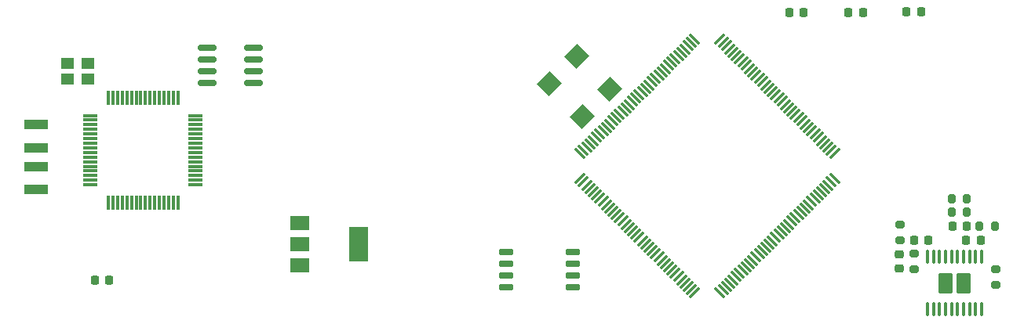
<source format=gbr>
%TF.GenerationSoftware,KiCad,Pcbnew,7.0.6-7.0.6~ubuntu20.04.1*%
%TF.CreationDate,2023-10-29T13:00:39+01:00*%
%TF.ProjectId,amurNutzlast,616d7572-4e75-4747-9a6c-6173742e6b69,rev?*%
%TF.SameCoordinates,Original*%
%TF.FileFunction,Paste,Top*%
%TF.FilePolarity,Positive*%
%FSLAX46Y46*%
G04 Gerber Fmt 4.6, Leading zero omitted, Abs format (unit mm)*
G04 Created by KiCad (PCBNEW 7.0.6-7.0.6~ubuntu20.04.1) date 2023-10-29 13:00:39*
%MOMM*%
%LPD*%
G01*
G04 APERTURE LIST*
G04 Aperture macros list*
%AMRoundRect*
0 Rectangle with rounded corners*
0 $1 Rounding radius*
0 $2 $3 $4 $5 $6 $7 $8 $9 X,Y pos of 4 corners*
0 Add a 4 corners polygon primitive as box body*
4,1,4,$2,$3,$4,$5,$6,$7,$8,$9,$2,$3,0*
0 Add four circle primitives for the rounded corners*
1,1,$1+$1,$2,$3*
1,1,$1+$1,$4,$5*
1,1,$1+$1,$6,$7*
1,1,$1+$1,$8,$9*
0 Add four rect primitives between the rounded corners*
20,1,$1+$1,$2,$3,$4,$5,0*
20,1,$1+$1,$4,$5,$6,$7,0*
20,1,$1+$1,$6,$7,$8,$9,0*
20,1,$1+$1,$8,$9,$2,$3,0*%
%AMRotRect*
0 Rectangle, with rotation*
0 The origin of the aperture is its center*
0 $1 length*
0 $2 width*
0 $3 Rotation angle, in degrees counterclockwise*
0 Add horizontal line*
21,1,$1,$2,0,0,$3*%
G04 Aperture macros list end*
%ADD10R,2.000000X1.500000*%
%ADD11R,2.000000X3.800000*%
%ADD12RoundRect,0.225000X-0.225000X-0.250000X0.225000X-0.250000X0.225000X0.250000X-0.225000X0.250000X0*%
%ADD13RoundRect,0.200000X-0.275000X0.200000X-0.275000X-0.200000X0.275000X-0.200000X0.275000X0.200000X0*%
%ADD14RoundRect,0.075000X-0.700000X-0.075000X0.700000X-0.075000X0.700000X0.075000X-0.700000X0.075000X0*%
%ADD15RoundRect,0.075000X-0.075000X-0.700000X0.075000X-0.700000X0.075000X0.700000X-0.075000X0.700000X0*%
%ADD16RoundRect,0.218750X0.218750X0.256250X-0.218750X0.256250X-0.218750X-0.256250X0.218750X-0.256250X0*%
%ADD17RoundRect,0.150000X-0.650000X-0.150000X0.650000X-0.150000X0.650000X0.150000X-0.650000X0.150000X0*%
%ADD18RoundRect,0.075000X-0.521491X0.415425X0.415425X-0.521491X0.521491X-0.415425X-0.415425X0.521491X0*%
%ADD19RoundRect,0.075000X-0.521491X-0.415425X-0.415425X-0.521491X0.521491X0.415425X0.415425X0.521491X0*%
%ADD20RoundRect,0.200000X-0.200000X-0.275000X0.200000X-0.275000X0.200000X0.275000X-0.200000X0.275000X0*%
%ADD21R,1.400000X1.200000*%
%ADD22RoundRect,0.249999X-0.530001X0.855001X-0.530001X-0.855001X0.530001X-0.855001X0.530001X0.855001X0*%
%ADD23RoundRect,0.100000X-0.100000X0.637500X-0.100000X-0.637500X0.100000X-0.637500X0.100000X0.637500X0*%
%ADD24RoundRect,0.200000X0.275000X-0.200000X0.275000X0.200000X-0.275000X0.200000X-0.275000X-0.200000X0*%
%ADD25RoundRect,0.200000X0.200000X0.275000X-0.200000X0.275000X-0.200000X-0.275000X0.200000X-0.275000X0*%
%ADD26RotRect,1.800000X2.000000X315.000000*%
%ADD27RoundRect,0.225000X0.225000X0.250000X-0.225000X0.250000X-0.225000X-0.250000X0.225000X-0.250000X0*%
%ADD28RoundRect,0.225000X-0.250000X0.225000X-0.250000X-0.225000X0.250000X-0.225000X0.250000X0.225000X0*%
%ADD29R,2.500000X1.100000*%
%ADD30RoundRect,0.150000X-0.825000X-0.150000X0.825000X-0.150000X0.825000X0.150000X-0.825000X0.150000X0*%
G04 APERTURE END LIST*
D10*
%TO.C,U7*%
X84286000Y-54936000D03*
X84286000Y-57236000D03*
D11*
X90586000Y-57236000D03*
D10*
X84286000Y-59536000D03*
%TD*%
D12*
%TO.C,C20*%
X150575000Y-56800000D03*
X152125000Y-56800000D03*
%TD*%
D13*
%TO.C,R13*%
X159350000Y-59975000D03*
X159350000Y-61625000D03*
%TD*%
D14*
%TO.C,U4*%
X61695000Y-43326000D03*
X61695000Y-43826000D03*
X61695000Y-44326000D03*
X61695000Y-44826000D03*
X61695000Y-45326000D03*
X61695000Y-45826000D03*
X61695000Y-46326000D03*
X61695000Y-46826000D03*
X61695000Y-47326000D03*
X61695000Y-47826000D03*
X61695000Y-48326000D03*
X61695000Y-48826000D03*
X61695000Y-49326000D03*
X61695000Y-49826000D03*
X61695000Y-50326000D03*
X61695000Y-50826000D03*
D15*
X63620000Y-52751000D03*
X64120000Y-52751000D03*
X64620000Y-52751000D03*
X65120000Y-52751000D03*
X65620000Y-52751000D03*
X66120000Y-52751000D03*
X66620000Y-52751000D03*
X67120000Y-52751000D03*
X67620000Y-52751000D03*
X68120000Y-52751000D03*
X68620000Y-52751000D03*
X69120000Y-52751000D03*
X69620000Y-52751000D03*
X70120000Y-52751000D03*
X70620000Y-52751000D03*
X71120000Y-52751000D03*
D14*
X73045000Y-50826000D03*
X73045000Y-50326000D03*
X73045000Y-49826000D03*
X73045000Y-49326000D03*
X73045000Y-48826000D03*
X73045000Y-48326000D03*
X73045000Y-47826000D03*
X73045000Y-47326000D03*
X73045000Y-46826000D03*
X73045000Y-46326000D03*
X73045000Y-45826000D03*
X73045000Y-45326000D03*
X73045000Y-44826000D03*
X73045000Y-44326000D03*
X73045000Y-43826000D03*
X73045000Y-43326000D03*
D15*
X71120000Y-41401000D03*
X70620000Y-41401000D03*
X70120000Y-41401000D03*
X69620000Y-41401000D03*
X69120000Y-41401000D03*
X68620000Y-41401000D03*
X68120000Y-41401000D03*
X67620000Y-41401000D03*
X67120000Y-41401000D03*
X66620000Y-41401000D03*
X66120000Y-41401000D03*
X65620000Y-41401000D03*
X65120000Y-41401000D03*
X64620000Y-41401000D03*
X64120000Y-41401000D03*
X63620000Y-41401000D03*
%TD*%
D16*
%TO.C,D2*%
X138637500Y-32200000D03*
X137062500Y-32200000D03*
%TD*%
D13*
%TO.C,R11*%
X150550000Y-58275000D03*
X150550000Y-59925000D03*
%TD*%
D16*
%TO.C,D3*%
X145037500Y-32200000D03*
X143462500Y-32200000D03*
%TD*%
D17*
%TO.C,U6*%
X106550000Y-58095000D03*
X106550000Y-59365000D03*
X106550000Y-60635000D03*
X106550000Y-61905000D03*
X113750000Y-61905000D03*
X113750000Y-60635000D03*
X113750000Y-59365000D03*
X113750000Y-58095000D03*
%TD*%
D18*
%TO.C,U1*%
X126897658Y-35073290D03*
X126544105Y-35426843D03*
X126190551Y-35780396D03*
X125836998Y-36133950D03*
X125483445Y-36487503D03*
X125129891Y-36841057D03*
X124776338Y-37194610D03*
X124422785Y-37548163D03*
X124069231Y-37901717D03*
X123715678Y-38255270D03*
X123362124Y-38608824D03*
X123008571Y-38962377D03*
X122655018Y-39315930D03*
X122301464Y-39669484D03*
X121947911Y-40023037D03*
X121594357Y-40376590D03*
X121240804Y-40730144D03*
X120887251Y-41083697D03*
X120533697Y-41437251D03*
X120180144Y-41790804D03*
X119826590Y-42144357D03*
X119473037Y-42497911D03*
X119119484Y-42851464D03*
X118765930Y-43205018D03*
X118412377Y-43558571D03*
X118058824Y-43912124D03*
X117705270Y-44265678D03*
X117351717Y-44619231D03*
X116998163Y-44972785D03*
X116644610Y-45326338D03*
X116291057Y-45679891D03*
X115937503Y-46033445D03*
X115583950Y-46386998D03*
X115230396Y-46740551D03*
X114876843Y-47094105D03*
X114523290Y-47447658D03*
D19*
X114523290Y-50152342D03*
X114876843Y-50505895D03*
X115230396Y-50859449D03*
X115583950Y-51213002D03*
X115937503Y-51566555D03*
X116291057Y-51920109D03*
X116644610Y-52273662D03*
X116998163Y-52627215D03*
X117351717Y-52980769D03*
X117705270Y-53334322D03*
X118058824Y-53687876D03*
X118412377Y-54041429D03*
X118765930Y-54394982D03*
X119119484Y-54748536D03*
X119473037Y-55102089D03*
X119826590Y-55455643D03*
X120180144Y-55809196D03*
X120533697Y-56162749D03*
X120887251Y-56516303D03*
X121240804Y-56869856D03*
X121594357Y-57223410D03*
X121947911Y-57576963D03*
X122301464Y-57930516D03*
X122655018Y-58284070D03*
X123008571Y-58637623D03*
X123362124Y-58991176D03*
X123715678Y-59344730D03*
X124069231Y-59698283D03*
X124422785Y-60051837D03*
X124776338Y-60405390D03*
X125129891Y-60758943D03*
X125483445Y-61112497D03*
X125836998Y-61466050D03*
X126190551Y-61819604D03*
X126544105Y-62173157D03*
X126897658Y-62526710D03*
D18*
X129602342Y-62526710D03*
X129955895Y-62173157D03*
X130309449Y-61819604D03*
X130663002Y-61466050D03*
X131016555Y-61112497D03*
X131370109Y-60758943D03*
X131723662Y-60405390D03*
X132077215Y-60051837D03*
X132430769Y-59698283D03*
X132784322Y-59344730D03*
X133137876Y-58991176D03*
X133491429Y-58637623D03*
X133844982Y-58284070D03*
X134198536Y-57930516D03*
X134552089Y-57576963D03*
X134905643Y-57223410D03*
X135259196Y-56869856D03*
X135612749Y-56516303D03*
X135966303Y-56162749D03*
X136319856Y-55809196D03*
X136673410Y-55455643D03*
X137026963Y-55102089D03*
X137380516Y-54748536D03*
X137734070Y-54394982D03*
X138087623Y-54041429D03*
X138441176Y-53687876D03*
X138794730Y-53334322D03*
X139148283Y-52980769D03*
X139501837Y-52627215D03*
X139855390Y-52273662D03*
X140208943Y-51920109D03*
X140562497Y-51566555D03*
X140916050Y-51213002D03*
X141269604Y-50859449D03*
X141623157Y-50505895D03*
X141976710Y-50152342D03*
D19*
X141976710Y-47447658D03*
X141623157Y-47094105D03*
X141269604Y-46740551D03*
X140916050Y-46386998D03*
X140562497Y-46033445D03*
X140208943Y-45679891D03*
X139855390Y-45326338D03*
X139501837Y-44972785D03*
X139148283Y-44619231D03*
X138794730Y-44265678D03*
X138441176Y-43912124D03*
X138087623Y-43558571D03*
X137734070Y-43205018D03*
X137380516Y-42851464D03*
X137026963Y-42497911D03*
X136673410Y-42144357D03*
X136319856Y-41790804D03*
X135966303Y-41437251D03*
X135612749Y-41083697D03*
X135259196Y-40730144D03*
X134905643Y-40376590D03*
X134552089Y-40023037D03*
X134198536Y-39669484D03*
X133844982Y-39315930D03*
X133491429Y-38962377D03*
X133137876Y-38608824D03*
X132784322Y-38255270D03*
X132430769Y-37901717D03*
X132077215Y-37548163D03*
X131723662Y-37194610D03*
X131370109Y-36841057D03*
X131016555Y-36487503D03*
X130663002Y-36133950D03*
X130309449Y-35780396D03*
X129955895Y-35426843D03*
X129602342Y-35073290D03*
%TD*%
D16*
%TO.C,D6*%
X63712500Y-61173000D03*
X62137500Y-61173000D03*
%TD*%
D20*
%TO.C,R14*%
X154625000Y-53800000D03*
X156275000Y-53800000D03*
%TD*%
D21*
%TO.C,Y1*%
X61400000Y-37650000D03*
X59200000Y-37650000D03*
X59200000Y-39350000D03*
X61400000Y-39350000D03*
%TD*%
D16*
%TO.C,D4*%
X151287500Y-32100000D03*
X149712500Y-32100000D03*
%TD*%
D22*
%TO.C,U2*%
X155880000Y-61450000D03*
X153950000Y-61450000D03*
D23*
X157840000Y-58587500D03*
X157190000Y-58587500D03*
X156540000Y-58587500D03*
X155890000Y-58587500D03*
X155240000Y-58587500D03*
X154590000Y-58587500D03*
X153940000Y-58587500D03*
X153290000Y-58587500D03*
X152640000Y-58587500D03*
X151990000Y-58587500D03*
X151990000Y-64312500D03*
X152640000Y-64312500D03*
X153290000Y-64312500D03*
X153940000Y-64312500D03*
X154590000Y-64312500D03*
X155240000Y-64312500D03*
X155890000Y-64312500D03*
X156540000Y-64312500D03*
X157190000Y-64312500D03*
X157840000Y-64312500D03*
%TD*%
D24*
%TO.C,R10*%
X149050000Y-56825000D03*
X149050000Y-55175000D03*
%TD*%
D25*
%TO.C,R9*%
X156275000Y-52300000D03*
X154625000Y-52300000D03*
%TD*%
D26*
%TO.C,X1*%
X111169025Y-39888873D03*
X114761127Y-43480975D03*
X117730975Y-40511127D03*
X114138873Y-36919025D03*
%TD*%
D27*
%TO.C,C22*%
X156225000Y-55300000D03*
X154675000Y-55300000D03*
%TD*%
D28*
%TO.C,C21*%
X148950000Y-58325000D03*
X148950000Y-59875000D03*
%TD*%
D20*
%TO.C,R12*%
X157625000Y-55300000D03*
X159275000Y-55300000D03*
%TD*%
D12*
%TO.C,C19*%
X156175000Y-56800000D03*
X157725000Y-56800000D03*
%TD*%
D29*
%TO.C,J6*%
X55811000Y-51338000D03*
X55811000Y-48838000D03*
X55811000Y-46838000D03*
X55811000Y-44338000D03*
%TD*%
D30*
%TO.C,U5*%
X74293000Y-36027000D03*
X74293000Y-37297000D03*
X74293000Y-38567000D03*
X74293000Y-39837000D03*
X79243000Y-39837000D03*
X79243000Y-38567000D03*
X79243000Y-37297000D03*
X79243000Y-36027000D03*
%TD*%
M02*

</source>
